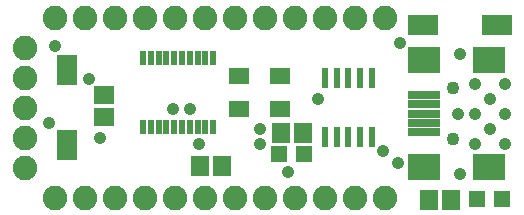
<source format=gbr>
G04 EAGLE Gerber RS-274X export*
G75*
%MOMM*%
%FSLAX34Y34*%
%LPD*%
%INSoldermask Top*%
%IPPOS*%
%AMOC8*
5,1,8,0,0,1.08239X$1,22.5*%
G01*
%ADD10R,0.603200X1.203200*%
%ADD11R,1.703200X1.503200*%
%ADD12R,1.803200X2.503200*%
%ADD13R,1.503200X1.703200*%
%ADD14R,1.403200X1.403200*%
%ADD15R,2.703200X0.703200*%
%ADD16R,2.703200X2.203200*%
%ADD17C,1.103200*%
%ADD18R,0.603200X1.703197*%
%ADD19C,2.082800*%
%ADD20R,0.838200X1.473200*%
%ADD21R,2.503200X1.803200*%
%ADD22C,1.061200*%


D10*
X176018Y76040D03*
X169414Y76040D03*
X162810Y75980D03*
X156206Y76040D03*
X149602Y76040D03*
X142998Y76040D03*
X136394Y76040D03*
X129790Y76040D03*
X123186Y76040D03*
X116582Y76040D03*
X116582Y134460D03*
X123186Y134460D03*
X129790Y134460D03*
X136394Y134460D03*
X142998Y134460D03*
X149602Y134460D03*
X156206Y134460D03*
X162810Y134520D03*
X169414Y134460D03*
X176018Y134460D03*
D11*
X83820Y84480D03*
X83820Y103480D03*
D12*
X52070Y61210D03*
X52070Y124210D03*
D13*
X183490Y43180D03*
X164490Y43180D03*
D14*
X420400Y15240D03*
X399400Y15240D03*
D13*
X377700Y14560D03*
X358700Y14560D03*
D15*
X354410Y87630D03*
X354410Y79630D03*
X354410Y103630D03*
X354410Y95630D03*
D16*
X409410Y132630D03*
X409410Y42630D03*
X354410Y132630D03*
X354410Y42630D03*
D15*
X354410Y71630D03*
D17*
X379410Y65630D03*
X379410Y109630D03*
D18*
X310510Y117711D03*
X290190Y117711D03*
X300510Y117711D03*
X280510Y117711D03*
X270510Y117711D03*
X270510Y67709D03*
X280510Y67709D03*
X290190Y67709D03*
X300510Y67709D03*
X310510Y67709D03*
D19*
X16510Y143510D03*
X16510Y118110D03*
X16510Y92710D03*
X16510Y67310D03*
X16510Y41910D03*
D20*
X202184Y119380D03*
X194056Y119380D03*
X202184Y91440D03*
X194056Y91440D03*
D19*
X41910Y168910D03*
X67310Y168910D03*
X92710Y168910D03*
X118110Y168910D03*
X143510Y168910D03*
X168910Y168910D03*
X194310Y168910D03*
X219710Y168910D03*
X245110Y168910D03*
X270510Y168910D03*
X270510Y16510D03*
X245110Y16510D03*
X219710Y16510D03*
X194310Y16510D03*
X168910Y16510D03*
X143510Y16510D03*
X118110Y16510D03*
X92710Y16510D03*
X67310Y16510D03*
X41910Y16510D03*
X295910Y16510D03*
X321310Y16510D03*
X295910Y168910D03*
X321310Y168910D03*
D21*
X416310Y162560D03*
X353310Y162560D03*
D20*
X228346Y119380D03*
X236474Y119380D03*
D14*
X232070Y53340D03*
X253070Y53340D03*
D13*
X252070Y71120D03*
X233070Y71120D03*
D20*
X228346Y91440D03*
X236474Y91440D03*
D22*
X383220Y87630D03*
X265110Y100330D03*
X80010Y67310D03*
X156210Y91440D03*
X215999Y62230D03*
X397510Y87630D03*
X384810Y138430D03*
X397510Y113030D03*
X410210Y100330D03*
X422910Y87630D03*
X422910Y113030D03*
X422910Y62230D03*
X410210Y74930D03*
X397510Y62230D03*
X384810Y36830D03*
X41910Y144780D03*
X163830Y62230D03*
X332290Y45530D03*
X71120Y116840D03*
X320040Y55880D03*
X36830Y80010D03*
X215900Y74930D03*
X142240Y91440D03*
X239650Y38020D03*
X334264Y147320D03*
M02*

</source>
